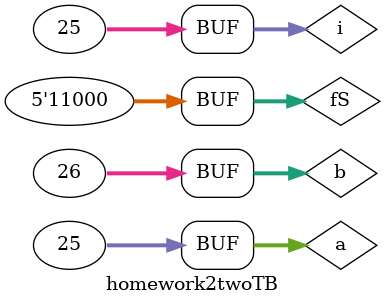
<source format=v>
`timescale 1ns / 1ps

module homework2twoTB;
    
    reg [4:0] fS;
    reg [31:0] a;
    reg [31:0] b;
    wire [31:0] f;
    
    homework2two uut (
        .fS(fS),
        .a(a),
        .b(b),
        .f(f)
    );
    
integer i;    
    
    initial begin
        
        #100
        for(i=0; i<25; i = i+1)    // for loop steps through all functions one by one     
         begin                     // there is not a function for every int so a few steps are wasted 
          fS = i;                  // but you can see in the simulation when stuff happens and actually changes 
          a = i + 1;               // a and b are set to i + 1 and i + 2 so that they are different and constantly changing 
          b = i + 2;   
          #10;
         end
    end
endmodule


</source>
